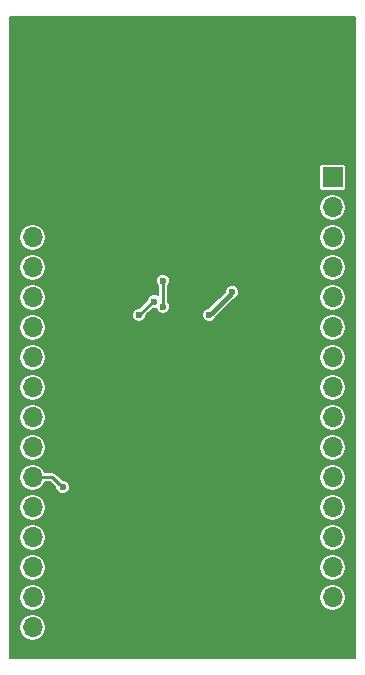
<source format=gbl>
G04 #@! TF.FileFunction,Copper,L2,Bot,Signal*
%FSLAX46Y46*%
G04 Gerber Fmt 4.6, Leading zero omitted, Abs format (unit mm)*
G04 Created by KiCad (PCBNEW 4.0.7) date 07/20/18 18:28:50*
%MOMM*%
%LPD*%
G01*
G04 APERTURE LIST*
%ADD10C,0.100000*%
%ADD11R,1.700000X1.700000*%
%ADD12O,1.700000X1.700000*%
%ADD13C,0.600000*%
%ADD14C,0.500000*%
%ADD15C,0.400000*%
%ADD16C,0.250000*%
%ADD17C,0.200000*%
G04 APERTURE END LIST*
D10*
D11*
X87300000Y-86450000D03*
D12*
X87300000Y-88990000D03*
X87300000Y-91530000D03*
X87300000Y-94070000D03*
X87300000Y-96610000D03*
X87300000Y-99150000D03*
X87300000Y-101690000D03*
X87300000Y-104230000D03*
X87300000Y-106770000D03*
X87300000Y-109310000D03*
X87300000Y-111850000D03*
X87300000Y-114390000D03*
X87300000Y-116930000D03*
X87300000Y-119470000D03*
X87300000Y-122010000D03*
X87300000Y-124550000D03*
D11*
X112700000Y-86450000D03*
D12*
X112700000Y-88990000D03*
X112700000Y-91530000D03*
X112700000Y-94070000D03*
X112700000Y-96610000D03*
X112700000Y-99150000D03*
X112700000Y-101690000D03*
X112700000Y-104230000D03*
X112700000Y-106770000D03*
X112700000Y-109310000D03*
X112700000Y-111850000D03*
X112700000Y-114390000D03*
X112700000Y-116930000D03*
X112700000Y-119470000D03*
X112700000Y-122010000D03*
X112700000Y-124550000D03*
D13*
X104208824Y-96176771D03*
X102273813Y-98111780D03*
X100800000Y-101900000D03*
X105500000Y-107125000D03*
X106000000Y-109250000D03*
X101750000Y-125000000D03*
X96400000Y-99850000D03*
X92000000Y-98750000D03*
X93000000Y-101000000D03*
X91850000Y-104350000D03*
X91850000Y-105550000D03*
X91850000Y-110350000D03*
X91850000Y-111550000D03*
X93000000Y-115000000D03*
X90500000Y-122000000D03*
X92500000Y-120000000D03*
X90500000Y-120000000D03*
X90500000Y-118000000D03*
X92500000Y-118000000D03*
X94500000Y-118000000D03*
X95500000Y-117100000D03*
X96583930Y-102678563D03*
X97639246Y-104924380D03*
X88875874Y-77888656D03*
X93319400Y-77106595D03*
X91024047Y-76375380D03*
X95000000Y-82750000D03*
X89500000Y-83500000D03*
X90750000Y-81250000D03*
X91750000Y-81000000D03*
X92750000Y-80500000D03*
X110050586Y-83734810D03*
X105003302Y-75806078D03*
X107269989Y-76519193D03*
X108161382Y-77919954D03*
X111726956Y-82504263D03*
X108798092Y-79931956D03*
X107983105Y-81816617D03*
X107000000Y-115000000D03*
X110500000Y-97000000D03*
X107000000Y-101000000D03*
X114000000Y-83500000D03*
X114000000Y-81500000D03*
X114000000Y-79500000D03*
X114000000Y-77500000D03*
X86000000Y-83500000D03*
X86000000Y-81500000D03*
X86000000Y-79500000D03*
X86000000Y-77500000D03*
X86000000Y-75500000D03*
X114000000Y-75500000D03*
X114000000Y-73500000D03*
X112000000Y-73500000D03*
X110000000Y-73500000D03*
X108000000Y-73500000D03*
X106000000Y-73500000D03*
X104000000Y-73500000D03*
X102000000Y-73500000D03*
X100000000Y-73500000D03*
X98000000Y-73500000D03*
X96000000Y-73500000D03*
X94000000Y-73500000D03*
X92000000Y-73500000D03*
X90000000Y-73500000D03*
X88000000Y-73500000D03*
X86000000Y-73500000D03*
X92500000Y-124000000D03*
X90500000Y-126000000D03*
X92500000Y-126000000D03*
X111000000Y-106000000D03*
X111000000Y-108000000D03*
X111000000Y-110000000D03*
X111000000Y-112000000D03*
X111000000Y-114000000D03*
X111000000Y-116000000D03*
X111000000Y-118000000D03*
X111000000Y-120000000D03*
X111000000Y-122000000D03*
X111000000Y-124000000D03*
X111000000Y-126000000D03*
X98500000Y-118000000D03*
X96500000Y-120000000D03*
X98500000Y-120000000D03*
X94500000Y-122000000D03*
X96500000Y-122000000D03*
X98500000Y-122000000D03*
X98500000Y-124000000D03*
X94500000Y-124000000D03*
X94500000Y-126000000D03*
X96500000Y-124000000D03*
X96500000Y-126000000D03*
X98500000Y-126000000D03*
X105000000Y-126000000D03*
X107000000Y-126000000D03*
X109000000Y-126000000D03*
X109000000Y-124000000D03*
X107000000Y-124000000D03*
X105000000Y-124000000D03*
X105000000Y-122000000D03*
X107000000Y-122000000D03*
X109000000Y-122000000D03*
X109000000Y-120000000D03*
X107000000Y-120000000D03*
X105000000Y-120000000D03*
X105000000Y-118000000D03*
X107000000Y-118000000D03*
X109000000Y-118000000D03*
X110000000Y-94000000D03*
X108000000Y-94000000D03*
X106000000Y-94000000D03*
X104000000Y-94000000D03*
X102000000Y-94000000D03*
X100000000Y-94000000D03*
X98000000Y-94000000D03*
X96000000Y-94000000D03*
X94000000Y-94000000D03*
X92000000Y-94000000D03*
X90000000Y-94000000D03*
X98900000Y-117100000D03*
X104600000Y-117100000D03*
X106100000Y-98800000D03*
X98600000Y-98800000D03*
X101400000Y-98800000D03*
X100800000Y-100900000D03*
X109150000Y-106500000D03*
X97600000Y-116100000D03*
X108150000Y-104350000D03*
X105900000Y-104400000D03*
X108150000Y-110350000D03*
X108150000Y-111450000D03*
X103750000Y-115250000D03*
X99250000Y-113250000D03*
X104250000Y-113000000D03*
X101750000Y-110250000D03*
X98250000Y-109000000D03*
X96750000Y-110799999D03*
X100000000Y-100750000D03*
X99000000Y-100750000D03*
D14*
X102000000Y-105500000D03*
X101100000Y-106400000D03*
X102900000Y-104600000D03*
X102900000Y-106400000D03*
X101100000Y-104600000D03*
D13*
X98329918Y-95209853D03*
X98337004Y-97407338D03*
X89833525Y-112702652D03*
X97607742Y-96963986D03*
X96313836Y-98140179D03*
D15*
X103908825Y-96476770D02*
X104208824Y-96176771D01*
X102573814Y-97811781D02*
X103908825Y-96476770D01*
X102273813Y-98111780D02*
X102573814Y-97811781D01*
D16*
X105000000Y-126000000D02*
X98500000Y-126000000D01*
X110000000Y-94000000D02*
X110000000Y-96500000D01*
X110000000Y-96500000D02*
X110500000Y-97000000D01*
X92000000Y-94000000D02*
X92000000Y-94424264D01*
X92000000Y-94424264D02*
X92000000Y-98750000D01*
X97600000Y-116100000D02*
X96500000Y-116100000D01*
X96500000Y-116100000D02*
X95500000Y-117100000D01*
X98337004Y-97407338D02*
X98337004Y-95216939D01*
X98337004Y-95216939D02*
X98329918Y-95209853D01*
X88980873Y-111850000D02*
X89533526Y-112402653D01*
X87300000Y-111850000D02*
X88980873Y-111850000D01*
X89533526Y-112402653D02*
X89833525Y-112702652D01*
X97490029Y-96963986D02*
X97607742Y-96963986D01*
X96313836Y-98140179D02*
X97490029Y-96963986D01*
D17*
G36*
X114625000Y-127125000D02*
X85375000Y-127125000D01*
X85375000Y-124550000D01*
X86127470Y-124550000D01*
X86215009Y-124990086D01*
X86464297Y-125363173D01*
X86837384Y-125612461D01*
X87277470Y-125700000D01*
X87322530Y-125700000D01*
X87762616Y-125612461D01*
X88135703Y-125363173D01*
X88384991Y-124990086D01*
X88472530Y-124550000D01*
X88384991Y-124109914D01*
X88135703Y-123736827D01*
X87762616Y-123487539D01*
X87322530Y-123400000D01*
X87277470Y-123400000D01*
X86837384Y-123487539D01*
X86464297Y-123736827D01*
X86215009Y-124109914D01*
X86127470Y-124550000D01*
X85375000Y-124550000D01*
X85375000Y-122010000D01*
X86127470Y-122010000D01*
X86215009Y-122450086D01*
X86464297Y-122823173D01*
X86837384Y-123072461D01*
X87277470Y-123160000D01*
X87322530Y-123160000D01*
X87762616Y-123072461D01*
X88135703Y-122823173D01*
X88384991Y-122450086D01*
X88472530Y-122010000D01*
X111527470Y-122010000D01*
X111615009Y-122450086D01*
X111864297Y-122823173D01*
X112237384Y-123072461D01*
X112677470Y-123160000D01*
X112722530Y-123160000D01*
X113162616Y-123072461D01*
X113535703Y-122823173D01*
X113784991Y-122450086D01*
X113872530Y-122010000D01*
X113784991Y-121569914D01*
X113535703Y-121196827D01*
X113162616Y-120947539D01*
X112722530Y-120860000D01*
X112677470Y-120860000D01*
X112237384Y-120947539D01*
X111864297Y-121196827D01*
X111615009Y-121569914D01*
X111527470Y-122010000D01*
X88472530Y-122010000D01*
X88384991Y-121569914D01*
X88135703Y-121196827D01*
X87762616Y-120947539D01*
X87322530Y-120860000D01*
X87277470Y-120860000D01*
X86837384Y-120947539D01*
X86464297Y-121196827D01*
X86215009Y-121569914D01*
X86127470Y-122010000D01*
X85375000Y-122010000D01*
X85375000Y-119470000D01*
X86127470Y-119470000D01*
X86215009Y-119910086D01*
X86464297Y-120283173D01*
X86837384Y-120532461D01*
X87277470Y-120620000D01*
X87322530Y-120620000D01*
X87762616Y-120532461D01*
X88135703Y-120283173D01*
X88384991Y-119910086D01*
X88472530Y-119470000D01*
X111527470Y-119470000D01*
X111615009Y-119910086D01*
X111864297Y-120283173D01*
X112237384Y-120532461D01*
X112677470Y-120620000D01*
X112722530Y-120620000D01*
X113162616Y-120532461D01*
X113535703Y-120283173D01*
X113784991Y-119910086D01*
X113872530Y-119470000D01*
X113784991Y-119029914D01*
X113535703Y-118656827D01*
X113162616Y-118407539D01*
X112722530Y-118320000D01*
X112677470Y-118320000D01*
X112237384Y-118407539D01*
X111864297Y-118656827D01*
X111615009Y-119029914D01*
X111527470Y-119470000D01*
X88472530Y-119470000D01*
X88384991Y-119029914D01*
X88135703Y-118656827D01*
X87762616Y-118407539D01*
X87322530Y-118320000D01*
X87277470Y-118320000D01*
X86837384Y-118407539D01*
X86464297Y-118656827D01*
X86215009Y-119029914D01*
X86127470Y-119470000D01*
X85375000Y-119470000D01*
X85375000Y-116930000D01*
X86127470Y-116930000D01*
X86215009Y-117370086D01*
X86464297Y-117743173D01*
X86837384Y-117992461D01*
X87277470Y-118080000D01*
X87322530Y-118080000D01*
X87762616Y-117992461D01*
X88135703Y-117743173D01*
X88384991Y-117370086D01*
X88472530Y-116930000D01*
X111527470Y-116930000D01*
X111615009Y-117370086D01*
X111864297Y-117743173D01*
X112237384Y-117992461D01*
X112677470Y-118080000D01*
X112722530Y-118080000D01*
X113162616Y-117992461D01*
X113535703Y-117743173D01*
X113784991Y-117370086D01*
X113872530Y-116930000D01*
X113784991Y-116489914D01*
X113535703Y-116116827D01*
X113162616Y-115867539D01*
X112722530Y-115780000D01*
X112677470Y-115780000D01*
X112237384Y-115867539D01*
X111864297Y-116116827D01*
X111615009Y-116489914D01*
X111527470Y-116930000D01*
X88472530Y-116930000D01*
X88384991Y-116489914D01*
X88135703Y-116116827D01*
X87762616Y-115867539D01*
X87322530Y-115780000D01*
X87277470Y-115780000D01*
X86837384Y-115867539D01*
X86464297Y-116116827D01*
X86215009Y-116489914D01*
X86127470Y-116930000D01*
X85375000Y-116930000D01*
X85375000Y-114390000D01*
X86127470Y-114390000D01*
X86215009Y-114830086D01*
X86464297Y-115203173D01*
X86837384Y-115452461D01*
X87277470Y-115540000D01*
X87322530Y-115540000D01*
X87762616Y-115452461D01*
X88135703Y-115203173D01*
X88384991Y-114830086D01*
X88472530Y-114390000D01*
X111527470Y-114390000D01*
X111615009Y-114830086D01*
X111864297Y-115203173D01*
X112237384Y-115452461D01*
X112677470Y-115540000D01*
X112722530Y-115540000D01*
X113162616Y-115452461D01*
X113535703Y-115203173D01*
X113784991Y-114830086D01*
X113872530Y-114390000D01*
X113784991Y-113949914D01*
X113535703Y-113576827D01*
X113162616Y-113327539D01*
X112722530Y-113240000D01*
X112677470Y-113240000D01*
X112237384Y-113327539D01*
X111864297Y-113576827D01*
X111615009Y-113949914D01*
X111527470Y-114390000D01*
X88472530Y-114390000D01*
X88384991Y-113949914D01*
X88135703Y-113576827D01*
X87762616Y-113327539D01*
X87322530Y-113240000D01*
X87277470Y-113240000D01*
X86837384Y-113327539D01*
X86464297Y-113576827D01*
X86215009Y-113949914D01*
X86127470Y-114390000D01*
X85375000Y-114390000D01*
X85375000Y-111850000D01*
X86127470Y-111850000D01*
X86215009Y-112290086D01*
X86464297Y-112663173D01*
X86837384Y-112912461D01*
X87277470Y-113000000D01*
X87322530Y-113000000D01*
X87762616Y-112912461D01*
X88135703Y-112663173D01*
X88384991Y-112290086D01*
X88387992Y-112275000D01*
X88804833Y-112275000D01*
X89233005Y-112703173D01*
X89233008Y-112703175D01*
X89233524Y-112703691D01*
X89233421Y-112821476D01*
X89324573Y-113042081D01*
X89493208Y-113211011D01*
X89713654Y-113302548D01*
X89952349Y-113302756D01*
X90172954Y-113211604D01*
X90341884Y-113042969D01*
X90433421Y-112822523D01*
X90433629Y-112583828D01*
X90342477Y-112363223D01*
X90173842Y-112194293D01*
X89953396Y-112102756D01*
X89834565Y-112102652D01*
X89834048Y-112102135D01*
X89834046Y-112102132D01*
X89581914Y-111850000D01*
X111527470Y-111850000D01*
X111615009Y-112290086D01*
X111864297Y-112663173D01*
X112237384Y-112912461D01*
X112677470Y-113000000D01*
X112722530Y-113000000D01*
X113162616Y-112912461D01*
X113535703Y-112663173D01*
X113784991Y-112290086D01*
X113872530Y-111850000D01*
X113784991Y-111409914D01*
X113535703Y-111036827D01*
X113162616Y-110787539D01*
X112722530Y-110700000D01*
X112677470Y-110700000D01*
X112237384Y-110787539D01*
X111864297Y-111036827D01*
X111615009Y-111409914D01*
X111527470Y-111850000D01*
X89581914Y-111850000D01*
X89281393Y-111549480D01*
X89143514Y-111457351D01*
X89116530Y-111451984D01*
X88980873Y-111425000D01*
X88387992Y-111425000D01*
X88384991Y-111409914D01*
X88135703Y-111036827D01*
X87762616Y-110787539D01*
X87322530Y-110700000D01*
X87277470Y-110700000D01*
X86837384Y-110787539D01*
X86464297Y-111036827D01*
X86215009Y-111409914D01*
X86127470Y-111850000D01*
X85375000Y-111850000D01*
X85375000Y-109310000D01*
X86127470Y-109310000D01*
X86215009Y-109750086D01*
X86464297Y-110123173D01*
X86837384Y-110372461D01*
X87277470Y-110460000D01*
X87322530Y-110460000D01*
X87762616Y-110372461D01*
X88135703Y-110123173D01*
X88384991Y-109750086D01*
X88472530Y-109310000D01*
X111527470Y-109310000D01*
X111615009Y-109750086D01*
X111864297Y-110123173D01*
X112237384Y-110372461D01*
X112677470Y-110460000D01*
X112722530Y-110460000D01*
X113162616Y-110372461D01*
X113535703Y-110123173D01*
X113784991Y-109750086D01*
X113872530Y-109310000D01*
X113784991Y-108869914D01*
X113535703Y-108496827D01*
X113162616Y-108247539D01*
X112722530Y-108160000D01*
X112677470Y-108160000D01*
X112237384Y-108247539D01*
X111864297Y-108496827D01*
X111615009Y-108869914D01*
X111527470Y-109310000D01*
X88472530Y-109310000D01*
X88384991Y-108869914D01*
X88135703Y-108496827D01*
X87762616Y-108247539D01*
X87322530Y-108160000D01*
X87277470Y-108160000D01*
X86837384Y-108247539D01*
X86464297Y-108496827D01*
X86215009Y-108869914D01*
X86127470Y-109310000D01*
X85375000Y-109310000D01*
X85375000Y-106770000D01*
X86127470Y-106770000D01*
X86215009Y-107210086D01*
X86464297Y-107583173D01*
X86837384Y-107832461D01*
X87277470Y-107920000D01*
X87322530Y-107920000D01*
X87762616Y-107832461D01*
X88135703Y-107583173D01*
X88384991Y-107210086D01*
X88472530Y-106770000D01*
X111527470Y-106770000D01*
X111615009Y-107210086D01*
X111864297Y-107583173D01*
X112237384Y-107832461D01*
X112677470Y-107920000D01*
X112722530Y-107920000D01*
X113162616Y-107832461D01*
X113535703Y-107583173D01*
X113784991Y-107210086D01*
X113872530Y-106770000D01*
X113784991Y-106329914D01*
X113535703Y-105956827D01*
X113162616Y-105707539D01*
X112722530Y-105620000D01*
X112677470Y-105620000D01*
X112237384Y-105707539D01*
X111864297Y-105956827D01*
X111615009Y-106329914D01*
X111527470Y-106770000D01*
X88472530Y-106770000D01*
X88384991Y-106329914D01*
X88135703Y-105956827D01*
X87762616Y-105707539D01*
X87322530Y-105620000D01*
X87277470Y-105620000D01*
X86837384Y-105707539D01*
X86464297Y-105956827D01*
X86215009Y-106329914D01*
X86127470Y-106770000D01*
X85375000Y-106770000D01*
X85375000Y-104230000D01*
X86127470Y-104230000D01*
X86215009Y-104670086D01*
X86464297Y-105043173D01*
X86837384Y-105292461D01*
X87277470Y-105380000D01*
X87322530Y-105380000D01*
X87762616Y-105292461D01*
X88135703Y-105043173D01*
X88384991Y-104670086D01*
X88472530Y-104230000D01*
X111527470Y-104230000D01*
X111615009Y-104670086D01*
X111864297Y-105043173D01*
X112237384Y-105292461D01*
X112677470Y-105380000D01*
X112722530Y-105380000D01*
X113162616Y-105292461D01*
X113535703Y-105043173D01*
X113784991Y-104670086D01*
X113872530Y-104230000D01*
X113784991Y-103789914D01*
X113535703Y-103416827D01*
X113162616Y-103167539D01*
X112722530Y-103080000D01*
X112677470Y-103080000D01*
X112237384Y-103167539D01*
X111864297Y-103416827D01*
X111615009Y-103789914D01*
X111527470Y-104230000D01*
X88472530Y-104230000D01*
X88384991Y-103789914D01*
X88135703Y-103416827D01*
X87762616Y-103167539D01*
X87322530Y-103080000D01*
X87277470Y-103080000D01*
X86837384Y-103167539D01*
X86464297Y-103416827D01*
X86215009Y-103789914D01*
X86127470Y-104230000D01*
X85375000Y-104230000D01*
X85375000Y-101690000D01*
X86127470Y-101690000D01*
X86215009Y-102130086D01*
X86464297Y-102503173D01*
X86837384Y-102752461D01*
X87277470Y-102840000D01*
X87322530Y-102840000D01*
X87762616Y-102752461D01*
X88135703Y-102503173D01*
X88384991Y-102130086D01*
X88472530Y-101690000D01*
X111527470Y-101690000D01*
X111615009Y-102130086D01*
X111864297Y-102503173D01*
X112237384Y-102752461D01*
X112677470Y-102840000D01*
X112722530Y-102840000D01*
X113162616Y-102752461D01*
X113535703Y-102503173D01*
X113784991Y-102130086D01*
X113872530Y-101690000D01*
X113784991Y-101249914D01*
X113535703Y-100876827D01*
X113162616Y-100627539D01*
X112722530Y-100540000D01*
X112677470Y-100540000D01*
X112237384Y-100627539D01*
X111864297Y-100876827D01*
X111615009Y-101249914D01*
X111527470Y-101690000D01*
X88472530Y-101690000D01*
X88384991Y-101249914D01*
X88135703Y-100876827D01*
X87762616Y-100627539D01*
X87322530Y-100540000D01*
X87277470Y-100540000D01*
X86837384Y-100627539D01*
X86464297Y-100876827D01*
X86215009Y-101249914D01*
X86127470Y-101690000D01*
X85375000Y-101690000D01*
X85375000Y-99150000D01*
X86127470Y-99150000D01*
X86215009Y-99590086D01*
X86464297Y-99963173D01*
X86837384Y-100212461D01*
X87277470Y-100300000D01*
X87322530Y-100300000D01*
X87762616Y-100212461D01*
X88135703Y-99963173D01*
X88384991Y-99590086D01*
X88472530Y-99150000D01*
X111527470Y-99150000D01*
X111615009Y-99590086D01*
X111864297Y-99963173D01*
X112237384Y-100212461D01*
X112677470Y-100300000D01*
X112722530Y-100300000D01*
X113162616Y-100212461D01*
X113535703Y-99963173D01*
X113784991Y-99590086D01*
X113872530Y-99150000D01*
X113784991Y-98709914D01*
X113535703Y-98336827D01*
X113162616Y-98087539D01*
X112722530Y-98000000D01*
X112677470Y-98000000D01*
X112237384Y-98087539D01*
X111864297Y-98336827D01*
X111615009Y-98709914D01*
X111527470Y-99150000D01*
X88472530Y-99150000D01*
X88384991Y-98709914D01*
X88135703Y-98336827D01*
X88019231Y-98259003D01*
X95713732Y-98259003D01*
X95804884Y-98479608D01*
X95973519Y-98648538D01*
X96193965Y-98740075D01*
X96432660Y-98740283D01*
X96653265Y-98649131D01*
X96822195Y-98480496D01*
X96913732Y-98260050D01*
X96913757Y-98230604D01*
X101673709Y-98230604D01*
X101764861Y-98451209D01*
X101933496Y-98620139D01*
X102153942Y-98711676D01*
X102392637Y-98711884D01*
X102613242Y-98620732D01*
X102782172Y-98452097D01*
X102873709Y-98231651D01*
X102873720Y-98218982D01*
X102927366Y-98165336D01*
X102927368Y-98165333D01*
X104262379Y-96830323D01*
X104262381Y-96830320D01*
X104315836Y-96776865D01*
X104327648Y-96776875D01*
X104548253Y-96685723D01*
X104624108Y-96610000D01*
X111527470Y-96610000D01*
X111615009Y-97050086D01*
X111864297Y-97423173D01*
X112237384Y-97672461D01*
X112677470Y-97760000D01*
X112722530Y-97760000D01*
X113162616Y-97672461D01*
X113535703Y-97423173D01*
X113784991Y-97050086D01*
X113872530Y-96610000D01*
X113784991Y-96169914D01*
X113535703Y-95796827D01*
X113162616Y-95547539D01*
X112722530Y-95460000D01*
X112677470Y-95460000D01*
X112237384Y-95547539D01*
X111864297Y-95796827D01*
X111615009Y-96169914D01*
X111527470Y-96610000D01*
X104624108Y-96610000D01*
X104717183Y-96517088D01*
X104808720Y-96296642D01*
X104808928Y-96057947D01*
X104717776Y-95837342D01*
X104549141Y-95668412D01*
X104328695Y-95576875D01*
X104090000Y-95576667D01*
X103869395Y-95667819D01*
X103700465Y-95836454D01*
X103608928Y-96056900D01*
X103608917Y-96069572D01*
X103555275Y-96123214D01*
X103555272Y-96123216D01*
X102220265Y-97458224D01*
X102220262Y-97458226D01*
X102166801Y-97511686D01*
X102154989Y-97511676D01*
X101934384Y-97602828D01*
X101765454Y-97771463D01*
X101673917Y-97991909D01*
X101673709Y-98230604D01*
X96913757Y-98230604D01*
X96913836Y-98141219D01*
X97491170Y-97563885D01*
X97726566Y-97564090D01*
X97748779Y-97554912D01*
X97828052Y-97746767D01*
X97996687Y-97915697D01*
X98217133Y-98007234D01*
X98455828Y-98007442D01*
X98676433Y-97916290D01*
X98845363Y-97747655D01*
X98936900Y-97527209D01*
X98937108Y-97288514D01*
X98845956Y-97067909D01*
X98762004Y-96983810D01*
X98762004Y-95626310D01*
X98838277Y-95550170D01*
X98929814Y-95329724D01*
X98930022Y-95091029D01*
X98838870Y-94870424D01*
X98670235Y-94701494D01*
X98449789Y-94609957D01*
X98211094Y-94609749D01*
X97990489Y-94700901D01*
X97821559Y-94869536D01*
X97730022Y-95089982D01*
X97729814Y-95328677D01*
X97820966Y-95549282D01*
X97912004Y-95640479D01*
X97912004Y-96440656D01*
X97727613Y-96364090D01*
X97488918Y-96363882D01*
X97268313Y-96455034D01*
X97099383Y-96623669D01*
X97007846Y-96844115D01*
X97007845Y-96845130D01*
X96312797Y-97540178D01*
X96195012Y-97540075D01*
X95974407Y-97631227D01*
X95805477Y-97799862D01*
X95713940Y-98020308D01*
X95713732Y-98259003D01*
X88019231Y-98259003D01*
X87762616Y-98087539D01*
X87322530Y-98000000D01*
X87277470Y-98000000D01*
X86837384Y-98087539D01*
X86464297Y-98336827D01*
X86215009Y-98709914D01*
X86127470Y-99150000D01*
X85375000Y-99150000D01*
X85375000Y-96610000D01*
X86127470Y-96610000D01*
X86215009Y-97050086D01*
X86464297Y-97423173D01*
X86837384Y-97672461D01*
X87277470Y-97760000D01*
X87322530Y-97760000D01*
X87762616Y-97672461D01*
X88135703Y-97423173D01*
X88384991Y-97050086D01*
X88472530Y-96610000D01*
X88384991Y-96169914D01*
X88135703Y-95796827D01*
X87762616Y-95547539D01*
X87322530Y-95460000D01*
X87277470Y-95460000D01*
X86837384Y-95547539D01*
X86464297Y-95796827D01*
X86215009Y-96169914D01*
X86127470Y-96610000D01*
X85375000Y-96610000D01*
X85375000Y-94070000D01*
X86127470Y-94070000D01*
X86215009Y-94510086D01*
X86464297Y-94883173D01*
X86837384Y-95132461D01*
X87277470Y-95220000D01*
X87322530Y-95220000D01*
X87762616Y-95132461D01*
X88135703Y-94883173D01*
X88384991Y-94510086D01*
X88472530Y-94070000D01*
X111527470Y-94070000D01*
X111615009Y-94510086D01*
X111864297Y-94883173D01*
X112237384Y-95132461D01*
X112677470Y-95220000D01*
X112722530Y-95220000D01*
X113162616Y-95132461D01*
X113535703Y-94883173D01*
X113784991Y-94510086D01*
X113872530Y-94070000D01*
X113784991Y-93629914D01*
X113535703Y-93256827D01*
X113162616Y-93007539D01*
X112722530Y-92920000D01*
X112677470Y-92920000D01*
X112237384Y-93007539D01*
X111864297Y-93256827D01*
X111615009Y-93629914D01*
X111527470Y-94070000D01*
X88472530Y-94070000D01*
X88384991Y-93629914D01*
X88135703Y-93256827D01*
X87762616Y-93007539D01*
X87322530Y-92920000D01*
X87277470Y-92920000D01*
X86837384Y-93007539D01*
X86464297Y-93256827D01*
X86215009Y-93629914D01*
X86127470Y-94070000D01*
X85375000Y-94070000D01*
X85375000Y-91530000D01*
X86127470Y-91530000D01*
X86215009Y-91970086D01*
X86464297Y-92343173D01*
X86837384Y-92592461D01*
X87277470Y-92680000D01*
X87322530Y-92680000D01*
X87762616Y-92592461D01*
X88135703Y-92343173D01*
X88384991Y-91970086D01*
X88472530Y-91530000D01*
X111527470Y-91530000D01*
X111615009Y-91970086D01*
X111864297Y-92343173D01*
X112237384Y-92592461D01*
X112677470Y-92680000D01*
X112722530Y-92680000D01*
X113162616Y-92592461D01*
X113535703Y-92343173D01*
X113784991Y-91970086D01*
X113872530Y-91530000D01*
X113784991Y-91089914D01*
X113535703Y-90716827D01*
X113162616Y-90467539D01*
X112722530Y-90380000D01*
X112677470Y-90380000D01*
X112237384Y-90467539D01*
X111864297Y-90716827D01*
X111615009Y-91089914D01*
X111527470Y-91530000D01*
X88472530Y-91530000D01*
X88384991Y-91089914D01*
X88135703Y-90716827D01*
X87762616Y-90467539D01*
X87322530Y-90380000D01*
X87277470Y-90380000D01*
X86837384Y-90467539D01*
X86464297Y-90716827D01*
X86215009Y-91089914D01*
X86127470Y-91530000D01*
X85375000Y-91530000D01*
X85375000Y-88990000D01*
X111527470Y-88990000D01*
X111615009Y-89430086D01*
X111864297Y-89803173D01*
X112237384Y-90052461D01*
X112677470Y-90140000D01*
X112722530Y-90140000D01*
X113162616Y-90052461D01*
X113535703Y-89803173D01*
X113784991Y-89430086D01*
X113872530Y-88990000D01*
X113784991Y-88549914D01*
X113535703Y-88176827D01*
X113162616Y-87927539D01*
X112722530Y-87840000D01*
X112677470Y-87840000D01*
X112237384Y-87927539D01*
X111864297Y-88176827D01*
X111615009Y-88549914D01*
X111527470Y-88990000D01*
X85375000Y-88990000D01*
X85375000Y-85600000D01*
X111544123Y-85600000D01*
X111544123Y-87300000D01*
X111565042Y-87411173D01*
X111630745Y-87513279D01*
X111730997Y-87581778D01*
X111850000Y-87605877D01*
X113550000Y-87605877D01*
X113661173Y-87584958D01*
X113763279Y-87519255D01*
X113831778Y-87419003D01*
X113855877Y-87300000D01*
X113855877Y-85600000D01*
X113834958Y-85488827D01*
X113769255Y-85386721D01*
X113669003Y-85318222D01*
X113550000Y-85294123D01*
X111850000Y-85294123D01*
X111738827Y-85315042D01*
X111636721Y-85380745D01*
X111568222Y-85480997D01*
X111544123Y-85600000D01*
X85375000Y-85600000D01*
X85375000Y-72875000D01*
X114625000Y-72875000D01*
X114625000Y-127125000D01*
X114625000Y-127125000D01*
G37*
X114625000Y-127125000D02*
X85375000Y-127125000D01*
X85375000Y-124550000D01*
X86127470Y-124550000D01*
X86215009Y-124990086D01*
X86464297Y-125363173D01*
X86837384Y-125612461D01*
X87277470Y-125700000D01*
X87322530Y-125700000D01*
X87762616Y-125612461D01*
X88135703Y-125363173D01*
X88384991Y-124990086D01*
X88472530Y-124550000D01*
X88384991Y-124109914D01*
X88135703Y-123736827D01*
X87762616Y-123487539D01*
X87322530Y-123400000D01*
X87277470Y-123400000D01*
X86837384Y-123487539D01*
X86464297Y-123736827D01*
X86215009Y-124109914D01*
X86127470Y-124550000D01*
X85375000Y-124550000D01*
X85375000Y-122010000D01*
X86127470Y-122010000D01*
X86215009Y-122450086D01*
X86464297Y-122823173D01*
X86837384Y-123072461D01*
X87277470Y-123160000D01*
X87322530Y-123160000D01*
X87762616Y-123072461D01*
X88135703Y-122823173D01*
X88384991Y-122450086D01*
X88472530Y-122010000D01*
X111527470Y-122010000D01*
X111615009Y-122450086D01*
X111864297Y-122823173D01*
X112237384Y-123072461D01*
X112677470Y-123160000D01*
X112722530Y-123160000D01*
X113162616Y-123072461D01*
X113535703Y-122823173D01*
X113784991Y-122450086D01*
X113872530Y-122010000D01*
X113784991Y-121569914D01*
X113535703Y-121196827D01*
X113162616Y-120947539D01*
X112722530Y-120860000D01*
X112677470Y-120860000D01*
X112237384Y-120947539D01*
X111864297Y-121196827D01*
X111615009Y-121569914D01*
X111527470Y-122010000D01*
X88472530Y-122010000D01*
X88384991Y-121569914D01*
X88135703Y-121196827D01*
X87762616Y-120947539D01*
X87322530Y-120860000D01*
X87277470Y-120860000D01*
X86837384Y-120947539D01*
X86464297Y-121196827D01*
X86215009Y-121569914D01*
X86127470Y-122010000D01*
X85375000Y-122010000D01*
X85375000Y-119470000D01*
X86127470Y-119470000D01*
X86215009Y-119910086D01*
X86464297Y-120283173D01*
X86837384Y-120532461D01*
X87277470Y-120620000D01*
X87322530Y-120620000D01*
X87762616Y-120532461D01*
X88135703Y-120283173D01*
X88384991Y-119910086D01*
X88472530Y-119470000D01*
X111527470Y-119470000D01*
X111615009Y-119910086D01*
X111864297Y-120283173D01*
X112237384Y-120532461D01*
X112677470Y-120620000D01*
X112722530Y-120620000D01*
X113162616Y-120532461D01*
X113535703Y-120283173D01*
X113784991Y-119910086D01*
X113872530Y-119470000D01*
X113784991Y-119029914D01*
X113535703Y-118656827D01*
X113162616Y-118407539D01*
X112722530Y-118320000D01*
X112677470Y-118320000D01*
X112237384Y-118407539D01*
X111864297Y-118656827D01*
X111615009Y-119029914D01*
X111527470Y-119470000D01*
X88472530Y-119470000D01*
X88384991Y-119029914D01*
X88135703Y-118656827D01*
X87762616Y-118407539D01*
X87322530Y-118320000D01*
X87277470Y-118320000D01*
X86837384Y-118407539D01*
X86464297Y-118656827D01*
X86215009Y-119029914D01*
X86127470Y-119470000D01*
X85375000Y-119470000D01*
X85375000Y-116930000D01*
X86127470Y-116930000D01*
X86215009Y-117370086D01*
X86464297Y-117743173D01*
X86837384Y-117992461D01*
X87277470Y-118080000D01*
X87322530Y-118080000D01*
X87762616Y-117992461D01*
X88135703Y-117743173D01*
X88384991Y-117370086D01*
X88472530Y-116930000D01*
X111527470Y-116930000D01*
X111615009Y-117370086D01*
X111864297Y-117743173D01*
X112237384Y-117992461D01*
X112677470Y-118080000D01*
X112722530Y-118080000D01*
X113162616Y-117992461D01*
X113535703Y-117743173D01*
X113784991Y-117370086D01*
X113872530Y-116930000D01*
X113784991Y-116489914D01*
X113535703Y-116116827D01*
X113162616Y-115867539D01*
X112722530Y-115780000D01*
X112677470Y-115780000D01*
X112237384Y-115867539D01*
X111864297Y-116116827D01*
X111615009Y-116489914D01*
X111527470Y-116930000D01*
X88472530Y-116930000D01*
X88384991Y-116489914D01*
X88135703Y-116116827D01*
X87762616Y-115867539D01*
X87322530Y-115780000D01*
X87277470Y-115780000D01*
X86837384Y-115867539D01*
X86464297Y-116116827D01*
X86215009Y-116489914D01*
X86127470Y-116930000D01*
X85375000Y-116930000D01*
X85375000Y-114390000D01*
X86127470Y-114390000D01*
X86215009Y-114830086D01*
X86464297Y-115203173D01*
X86837384Y-115452461D01*
X87277470Y-115540000D01*
X87322530Y-115540000D01*
X87762616Y-115452461D01*
X88135703Y-115203173D01*
X88384991Y-114830086D01*
X88472530Y-114390000D01*
X111527470Y-114390000D01*
X111615009Y-114830086D01*
X111864297Y-115203173D01*
X112237384Y-115452461D01*
X112677470Y-115540000D01*
X112722530Y-115540000D01*
X113162616Y-115452461D01*
X113535703Y-115203173D01*
X113784991Y-114830086D01*
X113872530Y-114390000D01*
X113784991Y-113949914D01*
X113535703Y-113576827D01*
X113162616Y-113327539D01*
X112722530Y-113240000D01*
X112677470Y-113240000D01*
X112237384Y-113327539D01*
X111864297Y-113576827D01*
X111615009Y-113949914D01*
X111527470Y-114390000D01*
X88472530Y-114390000D01*
X88384991Y-113949914D01*
X88135703Y-113576827D01*
X87762616Y-113327539D01*
X87322530Y-113240000D01*
X87277470Y-113240000D01*
X86837384Y-113327539D01*
X86464297Y-113576827D01*
X86215009Y-113949914D01*
X86127470Y-114390000D01*
X85375000Y-114390000D01*
X85375000Y-111850000D01*
X86127470Y-111850000D01*
X86215009Y-112290086D01*
X86464297Y-112663173D01*
X86837384Y-112912461D01*
X87277470Y-113000000D01*
X87322530Y-113000000D01*
X87762616Y-112912461D01*
X88135703Y-112663173D01*
X88384991Y-112290086D01*
X88387992Y-112275000D01*
X88804833Y-112275000D01*
X89233005Y-112703173D01*
X89233008Y-112703175D01*
X89233524Y-112703691D01*
X89233421Y-112821476D01*
X89324573Y-113042081D01*
X89493208Y-113211011D01*
X89713654Y-113302548D01*
X89952349Y-113302756D01*
X90172954Y-113211604D01*
X90341884Y-113042969D01*
X90433421Y-112822523D01*
X90433629Y-112583828D01*
X90342477Y-112363223D01*
X90173842Y-112194293D01*
X89953396Y-112102756D01*
X89834565Y-112102652D01*
X89834048Y-112102135D01*
X89834046Y-112102132D01*
X89581914Y-111850000D01*
X111527470Y-111850000D01*
X111615009Y-112290086D01*
X111864297Y-112663173D01*
X112237384Y-112912461D01*
X112677470Y-113000000D01*
X112722530Y-113000000D01*
X113162616Y-112912461D01*
X113535703Y-112663173D01*
X113784991Y-112290086D01*
X113872530Y-111850000D01*
X113784991Y-111409914D01*
X113535703Y-111036827D01*
X113162616Y-110787539D01*
X112722530Y-110700000D01*
X112677470Y-110700000D01*
X112237384Y-110787539D01*
X111864297Y-111036827D01*
X111615009Y-111409914D01*
X111527470Y-111850000D01*
X89581914Y-111850000D01*
X89281393Y-111549480D01*
X89143514Y-111457351D01*
X89116530Y-111451984D01*
X88980873Y-111425000D01*
X88387992Y-111425000D01*
X88384991Y-111409914D01*
X88135703Y-111036827D01*
X87762616Y-110787539D01*
X87322530Y-110700000D01*
X87277470Y-110700000D01*
X86837384Y-110787539D01*
X86464297Y-111036827D01*
X86215009Y-111409914D01*
X86127470Y-111850000D01*
X85375000Y-111850000D01*
X85375000Y-109310000D01*
X86127470Y-109310000D01*
X86215009Y-109750086D01*
X86464297Y-110123173D01*
X86837384Y-110372461D01*
X87277470Y-110460000D01*
X87322530Y-110460000D01*
X87762616Y-110372461D01*
X88135703Y-110123173D01*
X88384991Y-109750086D01*
X88472530Y-109310000D01*
X111527470Y-109310000D01*
X111615009Y-109750086D01*
X111864297Y-110123173D01*
X112237384Y-110372461D01*
X112677470Y-110460000D01*
X112722530Y-110460000D01*
X113162616Y-110372461D01*
X113535703Y-110123173D01*
X113784991Y-109750086D01*
X113872530Y-109310000D01*
X113784991Y-108869914D01*
X113535703Y-108496827D01*
X113162616Y-108247539D01*
X112722530Y-108160000D01*
X112677470Y-108160000D01*
X112237384Y-108247539D01*
X111864297Y-108496827D01*
X111615009Y-108869914D01*
X111527470Y-109310000D01*
X88472530Y-109310000D01*
X88384991Y-108869914D01*
X88135703Y-108496827D01*
X87762616Y-108247539D01*
X87322530Y-108160000D01*
X87277470Y-108160000D01*
X86837384Y-108247539D01*
X86464297Y-108496827D01*
X86215009Y-108869914D01*
X86127470Y-109310000D01*
X85375000Y-109310000D01*
X85375000Y-106770000D01*
X86127470Y-106770000D01*
X86215009Y-107210086D01*
X86464297Y-107583173D01*
X86837384Y-107832461D01*
X87277470Y-107920000D01*
X87322530Y-107920000D01*
X87762616Y-107832461D01*
X88135703Y-107583173D01*
X88384991Y-107210086D01*
X88472530Y-106770000D01*
X111527470Y-106770000D01*
X111615009Y-107210086D01*
X111864297Y-107583173D01*
X112237384Y-107832461D01*
X112677470Y-107920000D01*
X112722530Y-107920000D01*
X113162616Y-107832461D01*
X113535703Y-107583173D01*
X113784991Y-107210086D01*
X113872530Y-106770000D01*
X113784991Y-106329914D01*
X113535703Y-105956827D01*
X113162616Y-105707539D01*
X112722530Y-105620000D01*
X112677470Y-105620000D01*
X112237384Y-105707539D01*
X111864297Y-105956827D01*
X111615009Y-106329914D01*
X111527470Y-106770000D01*
X88472530Y-106770000D01*
X88384991Y-106329914D01*
X88135703Y-105956827D01*
X87762616Y-105707539D01*
X87322530Y-105620000D01*
X87277470Y-105620000D01*
X86837384Y-105707539D01*
X86464297Y-105956827D01*
X86215009Y-106329914D01*
X86127470Y-106770000D01*
X85375000Y-106770000D01*
X85375000Y-104230000D01*
X86127470Y-104230000D01*
X86215009Y-104670086D01*
X86464297Y-105043173D01*
X86837384Y-105292461D01*
X87277470Y-105380000D01*
X87322530Y-105380000D01*
X87762616Y-105292461D01*
X88135703Y-105043173D01*
X88384991Y-104670086D01*
X88472530Y-104230000D01*
X111527470Y-104230000D01*
X111615009Y-104670086D01*
X111864297Y-105043173D01*
X112237384Y-105292461D01*
X112677470Y-105380000D01*
X112722530Y-105380000D01*
X113162616Y-105292461D01*
X113535703Y-105043173D01*
X113784991Y-104670086D01*
X113872530Y-104230000D01*
X113784991Y-103789914D01*
X113535703Y-103416827D01*
X113162616Y-103167539D01*
X112722530Y-103080000D01*
X112677470Y-103080000D01*
X112237384Y-103167539D01*
X111864297Y-103416827D01*
X111615009Y-103789914D01*
X111527470Y-104230000D01*
X88472530Y-104230000D01*
X88384991Y-103789914D01*
X88135703Y-103416827D01*
X87762616Y-103167539D01*
X87322530Y-103080000D01*
X87277470Y-103080000D01*
X86837384Y-103167539D01*
X86464297Y-103416827D01*
X86215009Y-103789914D01*
X86127470Y-104230000D01*
X85375000Y-104230000D01*
X85375000Y-101690000D01*
X86127470Y-101690000D01*
X86215009Y-102130086D01*
X86464297Y-102503173D01*
X86837384Y-102752461D01*
X87277470Y-102840000D01*
X87322530Y-102840000D01*
X87762616Y-102752461D01*
X88135703Y-102503173D01*
X88384991Y-102130086D01*
X88472530Y-101690000D01*
X111527470Y-101690000D01*
X111615009Y-102130086D01*
X111864297Y-102503173D01*
X112237384Y-102752461D01*
X112677470Y-102840000D01*
X112722530Y-102840000D01*
X113162616Y-102752461D01*
X113535703Y-102503173D01*
X113784991Y-102130086D01*
X113872530Y-101690000D01*
X113784991Y-101249914D01*
X113535703Y-100876827D01*
X113162616Y-100627539D01*
X112722530Y-100540000D01*
X112677470Y-100540000D01*
X112237384Y-100627539D01*
X111864297Y-100876827D01*
X111615009Y-101249914D01*
X111527470Y-101690000D01*
X88472530Y-101690000D01*
X88384991Y-101249914D01*
X88135703Y-100876827D01*
X87762616Y-100627539D01*
X87322530Y-100540000D01*
X87277470Y-100540000D01*
X86837384Y-100627539D01*
X86464297Y-100876827D01*
X86215009Y-101249914D01*
X86127470Y-101690000D01*
X85375000Y-101690000D01*
X85375000Y-99150000D01*
X86127470Y-99150000D01*
X86215009Y-99590086D01*
X86464297Y-99963173D01*
X86837384Y-100212461D01*
X87277470Y-100300000D01*
X87322530Y-100300000D01*
X87762616Y-100212461D01*
X88135703Y-99963173D01*
X88384991Y-99590086D01*
X88472530Y-99150000D01*
X111527470Y-99150000D01*
X111615009Y-99590086D01*
X111864297Y-99963173D01*
X112237384Y-100212461D01*
X112677470Y-100300000D01*
X112722530Y-100300000D01*
X113162616Y-100212461D01*
X113535703Y-99963173D01*
X113784991Y-99590086D01*
X113872530Y-99150000D01*
X113784991Y-98709914D01*
X113535703Y-98336827D01*
X113162616Y-98087539D01*
X112722530Y-98000000D01*
X112677470Y-98000000D01*
X112237384Y-98087539D01*
X111864297Y-98336827D01*
X111615009Y-98709914D01*
X111527470Y-99150000D01*
X88472530Y-99150000D01*
X88384991Y-98709914D01*
X88135703Y-98336827D01*
X88019231Y-98259003D01*
X95713732Y-98259003D01*
X95804884Y-98479608D01*
X95973519Y-98648538D01*
X96193965Y-98740075D01*
X96432660Y-98740283D01*
X96653265Y-98649131D01*
X96822195Y-98480496D01*
X96913732Y-98260050D01*
X96913757Y-98230604D01*
X101673709Y-98230604D01*
X101764861Y-98451209D01*
X101933496Y-98620139D01*
X102153942Y-98711676D01*
X102392637Y-98711884D01*
X102613242Y-98620732D01*
X102782172Y-98452097D01*
X102873709Y-98231651D01*
X102873720Y-98218982D01*
X102927366Y-98165336D01*
X102927368Y-98165333D01*
X104262379Y-96830323D01*
X104262381Y-96830320D01*
X104315836Y-96776865D01*
X104327648Y-96776875D01*
X104548253Y-96685723D01*
X104624108Y-96610000D01*
X111527470Y-96610000D01*
X111615009Y-97050086D01*
X111864297Y-97423173D01*
X112237384Y-97672461D01*
X112677470Y-97760000D01*
X112722530Y-97760000D01*
X113162616Y-97672461D01*
X113535703Y-97423173D01*
X113784991Y-97050086D01*
X113872530Y-96610000D01*
X113784991Y-96169914D01*
X113535703Y-95796827D01*
X113162616Y-95547539D01*
X112722530Y-95460000D01*
X112677470Y-95460000D01*
X112237384Y-95547539D01*
X111864297Y-95796827D01*
X111615009Y-96169914D01*
X111527470Y-96610000D01*
X104624108Y-96610000D01*
X104717183Y-96517088D01*
X104808720Y-96296642D01*
X104808928Y-96057947D01*
X104717776Y-95837342D01*
X104549141Y-95668412D01*
X104328695Y-95576875D01*
X104090000Y-95576667D01*
X103869395Y-95667819D01*
X103700465Y-95836454D01*
X103608928Y-96056900D01*
X103608917Y-96069572D01*
X103555275Y-96123214D01*
X103555272Y-96123216D01*
X102220265Y-97458224D01*
X102220262Y-97458226D01*
X102166801Y-97511686D01*
X102154989Y-97511676D01*
X101934384Y-97602828D01*
X101765454Y-97771463D01*
X101673917Y-97991909D01*
X101673709Y-98230604D01*
X96913757Y-98230604D01*
X96913836Y-98141219D01*
X97491170Y-97563885D01*
X97726566Y-97564090D01*
X97748779Y-97554912D01*
X97828052Y-97746767D01*
X97996687Y-97915697D01*
X98217133Y-98007234D01*
X98455828Y-98007442D01*
X98676433Y-97916290D01*
X98845363Y-97747655D01*
X98936900Y-97527209D01*
X98937108Y-97288514D01*
X98845956Y-97067909D01*
X98762004Y-96983810D01*
X98762004Y-95626310D01*
X98838277Y-95550170D01*
X98929814Y-95329724D01*
X98930022Y-95091029D01*
X98838870Y-94870424D01*
X98670235Y-94701494D01*
X98449789Y-94609957D01*
X98211094Y-94609749D01*
X97990489Y-94700901D01*
X97821559Y-94869536D01*
X97730022Y-95089982D01*
X97729814Y-95328677D01*
X97820966Y-95549282D01*
X97912004Y-95640479D01*
X97912004Y-96440656D01*
X97727613Y-96364090D01*
X97488918Y-96363882D01*
X97268313Y-96455034D01*
X97099383Y-96623669D01*
X97007846Y-96844115D01*
X97007845Y-96845130D01*
X96312797Y-97540178D01*
X96195012Y-97540075D01*
X95974407Y-97631227D01*
X95805477Y-97799862D01*
X95713940Y-98020308D01*
X95713732Y-98259003D01*
X88019231Y-98259003D01*
X87762616Y-98087539D01*
X87322530Y-98000000D01*
X87277470Y-98000000D01*
X86837384Y-98087539D01*
X86464297Y-98336827D01*
X86215009Y-98709914D01*
X86127470Y-99150000D01*
X85375000Y-99150000D01*
X85375000Y-96610000D01*
X86127470Y-96610000D01*
X86215009Y-97050086D01*
X86464297Y-97423173D01*
X86837384Y-97672461D01*
X87277470Y-97760000D01*
X87322530Y-97760000D01*
X87762616Y-97672461D01*
X88135703Y-97423173D01*
X88384991Y-97050086D01*
X88472530Y-96610000D01*
X88384991Y-96169914D01*
X88135703Y-95796827D01*
X87762616Y-95547539D01*
X87322530Y-95460000D01*
X87277470Y-95460000D01*
X86837384Y-95547539D01*
X86464297Y-95796827D01*
X86215009Y-96169914D01*
X86127470Y-96610000D01*
X85375000Y-96610000D01*
X85375000Y-94070000D01*
X86127470Y-94070000D01*
X86215009Y-94510086D01*
X86464297Y-94883173D01*
X86837384Y-95132461D01*
X87277470Y-95220000D01*
X87322530Y-95220000D01*
X87762616Y-95132461D01*
X88135703Y-94883173D01*
X88384991Y-94510086D01*
X88472530Y-94070000D01*
X111527470Y-94070000D01*
X111615009Y-94510086D01*
X111864297Y-94883173D01*
X112237384Y-95132461D01*
X112677470Y-95220000D01*
X112722530Y-95220000D01*
X113162616Y-95132461D01*
X113535703Y-94883173D01*
X113784991Y-94510086D01*
X113872530Y-94070000D01*
X113784991Y-93629914D01*
X113535703Y-93256827D01*
X113162616Y-93007539D01*
X112722530Y-92920000D01*
X112677470Y-92920000D01*
X112237384Y-93007539D01*
X111864297Y-93256827D01*
X111615009Y-93629914D01*
X111527470Y-94070000D01*
X88472530Y-94070000D01*
X88384991Y-93629914D01*
X88135703Y-93256827D01*
X87762616Y-93007539D01*
X87322530Y-92920000D01*
X87277470Y-92920000D01*
X86837384Y-93007539D01*
X86464297Y-93256827D01*
X86215009Y-93629914D01*
X86127470Y-94070000D01*
X85375000Y-94070000D01*
X85375000Y-91530000D01*
X86127470Y-91530000D01*
X86215009Y-91970086D01*
X86464297Y-92343173D01*
X86837384Y-92592461D01*
X87277470Y-92680000D01*
X87322530Y-92680000D01*
X87762616Y-92592461D01*
X88135703Y-92343173D01*
X88384991Y-91970086D01*
X88472530Y-91530000D01*
X111527470Y-91530000D01*
X111615009Y-91970086D01*
X111864297Y-92343173D01*
X112237384Y-92592461D01*
X112677470Y-92680000D01*
X112722530Y-92680000D01*
X113162616Y-92592461D01*
X113535703Y-92343173D01*
X113784991Y-91970086D01*
X113872530Y-91530000D01*
X113784991Y-91089914D01*
X113535703Y-90716827D01*
X113162616Y-90467539D01*
X112722530Y-90380000D01*
X112677470Y-90380000D01*
X112237384Y-90467539D01*
X111864297Y-90716827D01*
X111615009Y-91089914D01*
X111527470Y-91530000D01*
X88472530Y-91530000D01*
X88384991Y-91089914D01*
X88135703Y-90716827D01*
X87762616Y-90467539D01*
X87322530Y-90380000D01*
X87277470Y-90380000D01*
X86837384Y-90467539D01*
X86464297Y-90716827D01*
X86215009Y-91089914D01*
X86127470Y-91530000D01*
X85375000Y-91530000D01*
X85375000Y-88990000D01*
X111527470Y-88990000D01*
X111615009Y-89430086D01*
X111864297Y-89803173D01*
X112237384Y-90052461D01*
X112677470Y-90140000D01*
X112722530Y-90140000D01*
X113162616Y-90052461D01*
X113535703Y-89803173D01*
X113784991Y-89430086D01*
X113872530Y-88990000D01*
X113784991Y-88549914D01*
X113535703Y-88176827D01*
X113162616Y-87927539D01*
X112722530Y-87840000D01*
X112677470Y-87840000D01*
X112237384Y-87927539D01*
X111864297Y-88176827D01*
X111615009Y-88549914D01*
X111527470Y-88990000D01*
X85375000Y-88990000D01*
X85375000Y-85600000D01*
X111544123Y-85600000D01*
X111544123Y-87300000D01*
X111565042Y-87411173D01*
X111630745Y-87513279D01*
X111730997Y-87581778D01*
X111850000Y-87605877D01*
X113550000Y-87605877D01*
X113661173Y-87584958D01*
X113763279Y-87519255D01*
X113831778Y-87419003D01*
X113855877Y-87300000D01*
X113855877Y-85600000D01*
X113834958Y-85488827D01*
X113769255Y-85386721D01*
X113669003Y-85318222D01*
X113550000Y-85294123D01*
X111850000Y-85294123D01*
X111738827Y-85315042D01*
X111636721Y-85380745D01*
X111568222Y-85480997D01*
X111544123Y-85600000D01*
X85375000Y-85600000D01*
X85375000Y-72875000D01*
X114625000Y-72875000D01*
X114625000Y-127125000D01*
M02*

</source>
